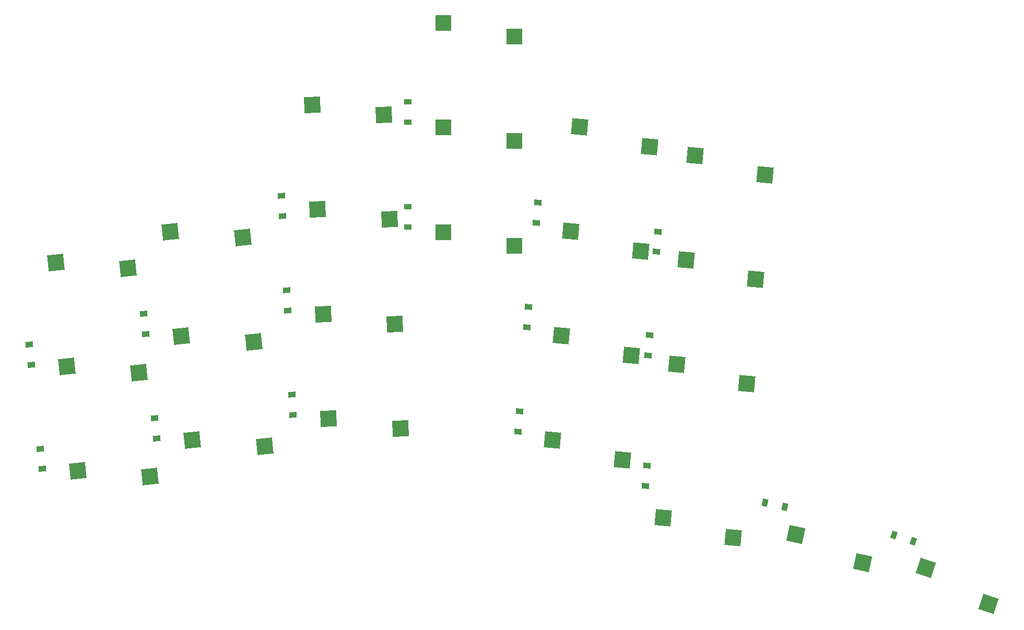
<source format=gbr>
%TF.GenerationSoftware,KiCad,Pcbnew,(6.0.7-1)-1*%
%TF.CreationDate,2022-09-15T11:20:02-04:00*%
%TF.ProjectId,skyline_pcb_left,736b796c-696e-4655-9f70-63625f6c6566,v1.0.0*%
%TF.SameCoordinates,Original*%
%TF.FileFunction,Paste,Bot*%
%TF.FilePolarity,Positive*%
%FSLAX46Y46*%
G04 Gerber Fmt 4.6, Leading zero omitted, Abs format (unit mm)*
G04 Created by KiCad (PCBNEW (6.0.7-1)-1) date 2022-09-15 11:20:02*
%MOMM*%
%LPD*%
G01*
G04 APERTURE LIST*
G04 Aperture macros list*
%AMRotRect*
0 Rectangle, with rotation*
0 The origin of the aperture is its center*
0 $1 length*
0 $2 width*
0 $3 Rotation angle, in degrees counterclockwise*
0 Add horizontal line*
21,1,$1,$2,0,0,$3*%
G04 Aperture macros list end*
%ADD10RotRect,2.600000X2.600000X3.000000*%
%ADD11RotRect,2.600000X2.600000X341.000000*%
%ADD12RotRect,0.900000X1.200000X85.000000*%
%ADD13RotRect,0.900000X1.200000X93.000000*%
%ADD14RotRect,0.900000X1.200000X96.000000*%
%ADD15RotRect,2.600000X2.600000X355.000000*%
%ADD16R,2.600000X2.600000*%
%ADD17RotRect,2.600000X2.600000X6.000000*%
%ADD18R,1.200000X0.900000*%
%ADD19RotRect,2.600000X2.600000X348.000000*%
%ADD20RotRect,0.900000X1.200000X168.000000*%
%ADD21RotRect,0.900000X1.200000X161.000000*%
G04 APERTURE END LIST*
D10*
%TO.C,S13*%
X177950117Y-153287465D03*
X189599428Y-154879969D03*
%TD*%
D11*
%TO.C,S45*%
X274764028Y-177441111D03*
X284968518Y-183281564D03*
%TD*%
D12*
%TO.C,D12*%
X211590260Y-121509395D03*
X211877874Y-118221953D03*
%TD*%
D13*
%TO.C,D5*%
X172185861Y-152688321D03*
X172013153Y-149392843D03*
%TD*%
D14*
%TO.C,D3*%
X150084877Y-156456891D03*
X149739933Y-153174969D03*
%TD*%
D15*
%TO.C,S31*%
X217215034Y-122904937D03*
X228529340Y-126103215D03*
%TD*%
D14*
%TO.C,D4*%
X148307893Y-139550018D03*
X147962949Y-136268096D03*
%TD*%
D13*
%TO.C,D6*%
X171296149Y-135711619D03*
X171123441Y-132416141D03*
%TD*%
D15*
%TO.C,S39*%
X237367272Y-110564360D03*
X248681578Y-113762638D03*
%TD*%
D10*
%TO.C,S19*%
X175280983Y-102357358D03*
X186930294Y-103949862D03*
%TD*%
D16*
%TO.C,S21*%
X196521517Y-123060842D03*
X208071517Y-125260842D03*
%TD*%
%TO.C,S25*%
X196521517Y-89060842D03*
X208071517Y-91260842D03*
%TD*%
%TO.C,S23*%
X196521517Y-106060842D03*
X208071517Y-108260842D03*
%TD*%
D17*
%TO.C,S3*%
X135513275Y-144816269D03*
X147229966Y-145796914D03*
%TD*%
%TO.C,S7*%
X155872590Y-156753534D03*
X167589281Y-157734179D03*
%TD*%
D15*
%TO.C,S37*%
X235885624Y-127499670D03*
X247199930Y-130697948D03*
%TD*%
D18*
%TO.C,D9*%
X190796517Y-105160842D03*
X190796517Y-101860842D03*
%TD*%
D19*
%TO.C,S43*%
X253742302Y-172089583D03*
X264582501Y-176642888D03*
%TD*%
D15*
%TO.C,S27*%
X214251739Y-156775557D03*
X225566045Y-159973835D03*
%TD*%
D10*
%TO.C,S17*%
X176170694Y-119334060D03*
X187820005Y-120926564D03*
%TD*%
D12*
%TO.C,D14*%
X231099503Y-126199977D03*
X231387117Y-122912535D03*
%TD*%
D20*
%TO.C,D16*%
X251951054Y-167614999D03*
X248723166Y-166928891D03*
%TD*%
D10*
%TO.C,S15*%
X177060406Y-136310762D03*
X188709717Y-137903266D03*
%TD*%
D15*
%TO.C,S29*%
X215733387Y-139840247D03*
X227047693Y-143038525D03*
%TD*%
D17*
%TO.C,S5*%
X133736291Y-127909397D03*
X145452982Y-128890042D03*
%TD*%
D13*
%TO.C,D7*%
X170470481Y-120438388D03*
X170297773Y-117142910D03*
%TD*%
D17*
%TO.C,S9*%
X154095606Y-139846662D03*
X165812297Y-140827307D03*
%TD*%
D12*
%TO.C,D13*%
X229726740Y-143039210D03*
X230014354Y-139751768D03*
%TD*%
%TO.C,D11*%
X210108612Y-138444705D03*
X210396226Y-135157263D03*
%TD*%
D17*
%TO.C,S11*%
X152318622Y-122939790D03*
X164035313Y-123920435D03*
%TD*%
D12*
%TO.C,D10*%
X208626964Y-155380015D03*
X208914578Y-152092573D03*
%TD*%
D17*
%TO.C,S1*%
X137290259Y-161723141D03*
X149006950Y-162703786D03*
%TD*%
D15*
%TO.C,S35*%
X234403976Y-144434980D03*
X245718282Y-147633258D03*
%TD*%
D18*
%TO.C,D8*%
X190796517Y-122160842D03*
X190796517Y-118860842D03*
%TD*%
D21*
%TO.C,D17*%
X272763353Y-173180997D03*
X269643141Y-172106623D03*
%TD*%
D15*
%TO.C,S33*%
X218696682Y-105969627D03*
X230010988Y-109167905D03*
%TD*%
D12*
%TO.C,D15*%
X229308380Y-164176173D03*
X229595994Y-160888731D03*
%TD*%
D15*
%TO.C,S41*%
X232225083Y-169339848D03*
X243539389Y-172538126D03*
%TD*%
D14*
%TO.C,D2*%
X129725562Y-144519625D03*
X129380618Y-141237703D03*
%TD*%
%TO.C,D1*%
X131502546Y-161426497D03*
X131157602Y-158144575D03*
%TD*%
M02*

</source>
